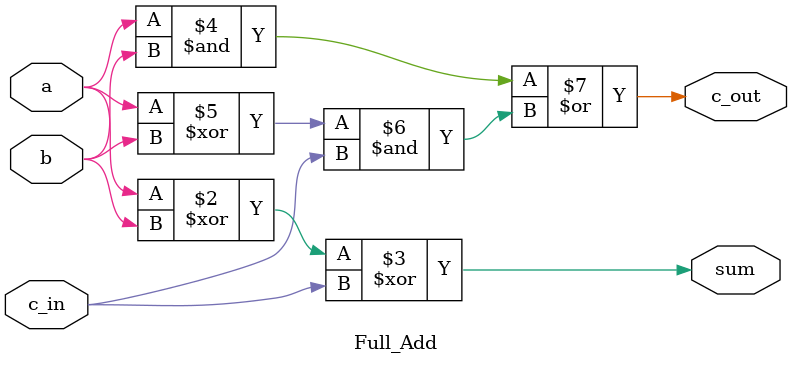
<source format=v>
module Full_Add(sum, c_out, a, b, c_in);
input a, b, c_in;
output sum, c_out;
reg sum, c_out;

always @(a,b,c_in)
begin
	sum = ((a^b) ^ c_in);
	c_out = (a&b | (a^b)& c_in);
end


endmodule



</source>
